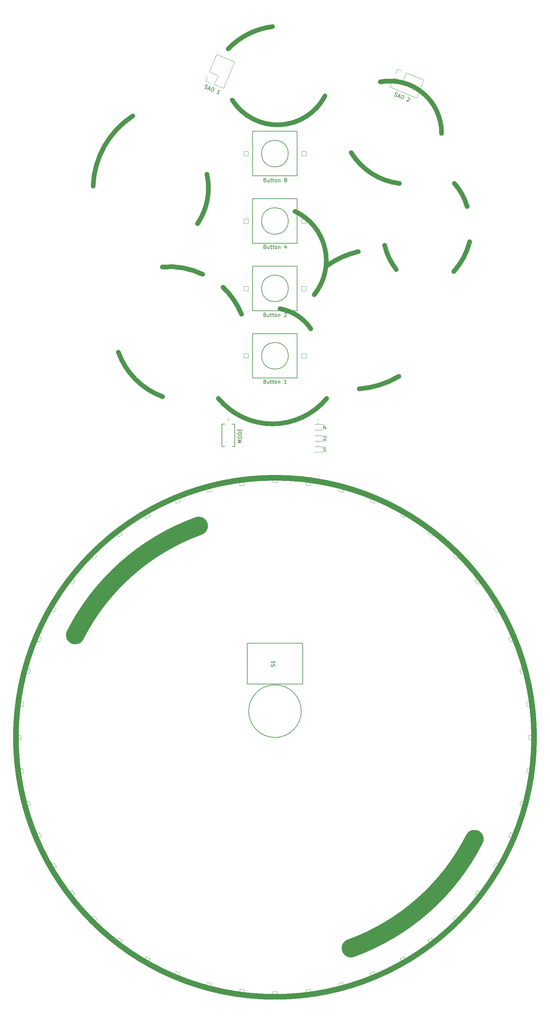
<source format=gbr>
%TF.GenerationSoftware,KiCad,Pcbnew,7.0.2*%
%TF.CreationDate,2023-05-26T22:51:46-07:00*%
%TF.ProjectId,plumbus-bfb,706c756d-6275-4732-9d62-66622e6b6963,rev?*%
%TF.SameCoordinates,Original*%
%TF.FileFunction,Legend,Top*%
%TF.FilePolarity,Positive*%
%FSLAX46Y46*%
G04 Gerber Fmt 4.6, Leading zero omitted, Abs format (unit mm)*
G04 Created by KiCad (PCBNEW 7.0.2) date 2023-05-26 22:51:46*
%MOMM*%
%LPD*%
G01*
G04 APERTURE LIST*
%ADD10C,5.000000*%
%ADD11C,1.500000*%
%ADD12C,1.270000*%
%ADD13C,0.150000*%
%ADD14C,0.120000*%
%ADD15C,0.127000*%
%ADD16C,0.200000*%
G04 APERTURE END LIST*
D10*
X337251172Y-496144092D02*
G75*
G03*
X370638871Y-466695541I-20549999J56949999D01*
G01*
X296151174Y-382244096D02*
G75*
G03*
X262763476Y-411692647I20549999J-56949998D01*
G01*
D11*
X386750000Y-439250000D02*
G75*
G03*
X386750000Y-439250000I-70000000J0D01*
G01*
D12*
X301454506Y-347856105D02*
G75*
G03*
X330714996Y-347869688I14635902J12179885D01*
G01*
X307713491Y-325160391D02*
G75*
G03*
X302714995Y-317869690I-19498473J-8009299D01*
G01*
X361753210Y-276367494D02*
G75*
G03*
X345219474Y-262476956I-13983692J140604D01*
G01*
X337343653Y-281561897D02*
G75*
G03*
X350364996Y-289869687I15121365J9342207D01*
G01*
X365064993Y-313619685D02*
G75*
G03*
X369338883Y-305594573I-13799975J12499995D01*
G01*
X274435011Y-335387441D02*
G75*
G03*
X286364996Y-347369687I18829977J6817751D01*
G01*
X368665000Y-296119687D02*
G75*
G03*
X365210055Y-289850315I-15399982J-4400003D01*
G01*
X339262493Y-308267122D02*
G75*
G03*
X330864996Y-312019689I5152525J-22802568D01*
G01*
X346380006Y-306559999D02*
G75*
G03*
X349514997Y-313069687I15885012J3640309D01*
G01*
X305212803Y-267387544D02*
G75*
G03*
X330264996Y-266269688I12202195J7817854D01*
G01*
X339514995Y-345269677D02*
G75*
G03*
X350216185Y-341901098I-1799977J24399987D01*
G01*
X295814995Y-300719687D02*
G75*
G03*
X298357152Y-287376874I-14099977J9599997D01*
G01*
X316084705Y-247573443D02*
G75*
G03*
X304114996Y-253569688I2480283J-19896237D01*
G01*
X327364999Y-319869690D02*
G75*
G03*
X322162615Y-297396048I-11400001J9200000D01*
G01*
X278314997Y-271669690D02*
G75*
G03*
X267617419Y-290585090I12850001J-19750000D01*
G01*
X297214996Y-314369687D02*
G75*
G03*
X286324479Y-312402905I-8999998J-18700003D01*
G01*
X326415008Y-329069680D02*
G75*
G03*
X318105395Y-323675287I-10449990J-7000010D01*
G01*
D13*
X323850000Y-432200000D02*
G75*
G03*
X323850000Y-432200000I-7100000J0D01*
G01*
%TO.C,S1*%
X316665000Y-420161904D02*
X316712619Y-420019047D01*
X316712619Y-420019047D02*
X316712619Y-419780952D01*
X316712619Y-419780952D02*
X316665000Y-419685714D01*
X316665000Y-419685714D02*
X316617380Y-419638095D01*
X316617380Y-419638095D02*
X316522142Y-419590476D01*
X316522142Y-419590476D02*
X316426904Y-419590476D01*
X316426904Y-419590476D02*
X316331666Y-419638095D01*
X316331666Y-419638095D02*
X316284047Y-419685714D01*
X316284047Y-419685714D02*
X316236428Y-419780952D01*
X316236428Y-419780952D02*
X316188809Y-419971428D01*
X316188809Y-419971428D02*
X316141190Y-420066666D01*
X316141190Y-420066666D02*
X316093571Y-420114285D01*
X316093571Y-420114285D02*
X315998333Y-420161904D01*
X315998333Y-420161904D02*
X315903095Y-420161904D01*
X315903095Y-420161904D02*
X315807857Y-420114285D01*
X315807857Y-420114285D02*
X315760238Y-420066666D01*
X315760238Y-420066666D02*
X315712619Y-419971428D01*
X315712619Y-419971428D02*
X315712619Y-419733333D01*
X315712619Y-419733333D02*
X315760238Y-419590476D01*
X316712619Y-418638095D02*
X316712619Y-419209523D01*
X316712619Y-418923809D02*
X315712619Y-418923809D01*
X315712619Y-418923809D02*
X315855476Y-419019047D01*
X315855476Y-419019047D02*
X315950714Y-419114285D01*
X315950714Y-419114285D02*
X315998333Y-419209523D01*
%TO.C,Button 8*%
X314085713Y-288938809D02*
X314228570Y-288986428D01*
X314228570Y-288986428D02*
X314276189Y-289034047D01*
X314276189Y-289034047D02*
X314323808Y-289129285D01*
X314323808Y-289129285D02*
X314323808Y-289272142D01*
X314323808Y-289272142D02*
X314276189Y-289367380D01*
X314276189Y-289367380D02*
X314228570Y-289415000D01*
X314228570Y-289415000D02*
X314133332Y-289462619D01*
X314133332Y-289462619D02*
X313752380Y-289462619D01*
X313752380Y-289462619D02*
X313752380Y-288462619D01*
X313752380Y-288462619D02*
X314085713Y-288462619D01*
X314085713Y-288462619D02*
X314180951Y-288510238D01*
X314180951Y-288510238D02*
X314228570Y-288557857D01*
X314228570Y-288557857D02*
X314276189Y-288653095D01*
X314276189Y-288653095D02*
X314276189Y-288748333D01*
X314276189Y-288748333D02*
X314228570Y-288843571D01*
X314228570Y-288843571D02*
X314180951Y-288891190D01*
X314180951Y-288891190D02*
X314085713Y-288938809D01*
X314085713Y-288938809D02*
X313752380Y-288938809D01*
X315180951Y-288795952D02*
X315180951Y-289462619D01*
X314752380Y-288795952D02*
X314752380Y-289319761D01*
X314752380Y-289319761D02*
X314799999Y-289415000D01*
X314799999Y-289415000D02*
X314895237Y-289462619D01*
X314895237Y-289462619D02*
X315038094Y-289462619D01*
X315038094Y-289462619D02*
X315133332Y-289415000D01*
X315133332Y-289415000D02*
X315180951Y-289367380D01*
X315514285Y-288795952D02*
X315895237Y-288795952D01*
X315657142Y-288462619D02*
X315657142Y-289319761D01*
X315657142Y-289319761D02*
X315704761Y-289415000D01*
X315704761Y-289415000D02*
X315799999Y-289462619D01*
X315799999Y-289462619D02*
X315895237Y-289462619D01*
X316085714Y-288795952D02*
X316466666Y-288795952D01*
X316228571Y-288462619D02*
X316228571Y-289319761D01*
X316228571Y-289319761D02*
X316276190Y-289415000D01*
X316276190Y-289415000D02*
X316371428Y-289462619D01*
X316371428Y-289462619D02*
X316466666Y-289462619D01*
X316942857Y-289462619D02*
X316847619Y-289415000D01*
X316847619Y-289415000D02*
X316800000Y-289367380D01*
X316800000Y-289367380D02*
X316752381Y-289272142D01*
X316752381Y-289272142D02*
X316752381Y-288986428D01*
X316752381Y-288986428D02*
X316800000Y-288891190D01*
X316800000Y-288891190D02*
X316847619Y-288843571D01*
X316847619Y-288843571D02*
X316942857Y-288795952D01*
X316942857Y-288795952D02*
X317085714Y-288795952D01*
X317085714Y-288795952D02*
X317180952Y-288843571D01*
X317180952Y-288843571D02*
X317228571Y-288891190D01*
X317228571Y-288891190D02*
X317276190Y-288986428D01*
X317276190Y-288986428D02*
X317276190Y-289272142D01*
X317276190Y-289272142D02*
X317228571Y-289367380D01*
X317228571Y-289367380D02*
X317180952Y-289415000D01*
X317180952Y-289415000D02*
X317085714Y-289462619D01*
X317085714Y-289462619D02*
X316942857Y-289462619D01*
X317704762Y-288795952D02*
X317704762Y-289462619D01*
X317704762Y-288891190D02*
X317752381Y-288843571D01*
X317752381Y-288843571D02*
X317847619Y-288795952D01*
X317847619Y-288795952D02*
X317990476Y-288795952D01*
X317990476Y-288795952D02*
X318085714Y-288843571D01*
X318085714Y-288843571D02*
X318133333Y-288938809D01*
X318133333Y-288938809D02*
X318133333Y-289462619D01*
X319514286Y-288891190D02*
X319419048Y-288843571D01*
X319419048Y-288843571D02*
X319371429Y-288795952D01*
X319371429Y-288795952D02*
X319323810Y-288700714D01*
X319323810Y-288700714D02*
X319323810Y-288653095D01*
X319323810Y-288653095D02*
X319371429Y-288557857D01*
X319371429Y-288557857D02*
X319419048Y-288510238D01*
X319419048Y-288510238D02*
X319514286Y-288462619D01*
X319514286Y-288462619D02*
X319704762Y-288462619D01*
X319704762Y-288462619D02*
X319800000Y-288510238D01*
X319800000Y-288510238D02*
X319847619Y-288557857D01*
X319847619Y-288557857D02*
X319895238Y-288653095D01*
X319895238Y-288653095D02*
X319895238Y-288700714D01*
X319895238Y-288700714D02*
X319847619Y-288795952D01*
X319847619Y-288795952D02*
X319800000Y-288843571D01*
X319800000Y-288843571D02*
X319704762Y-288891190D01*
X319704762Y-288891190D02*
X319514286Y-288891190D01*
X319514286Y-288891190D02*
X319419048Y-288938809D01*
X319419048Y-288938809D02*
X319371429Y-288986428D01*
X319371429Y-288986428D02*
X319323810Y-289081666D01*
X319323810Y-289081666D02*
X319323810Y-289272142D01*
X319323810Y-289272142D02*
X319371429Y-289367380D01*
X319371429Y-289367380D02*
X319419048Y-289415000D01*
X319419048Y-289415000D02*
X319514286Y-289462619D01*
X319514286Y-289462619D02*
X319704762Y-289462619D01*
X319704762Y-289462619D02*
X319800000Y-289415000D01*
X319800000Y-289415000D02*
X319847619Y-289367380D01*
X319847619Y-289367380D02*
X319895238Y-289272142D01*
X319895238Y-289272142D02*
X319895238Y-289081666D01*
X319895238Y-289081666D02*
X319847619Y-288986428D01*
X319847619Y-288986428D02*
X319800000Y-288938809D01*
X319800000Y-288938809D02*
X319704762Y-288891190D01*
%TO.C,Button 1*%
X314055713Y-343288809D02*
X314198570Y-343336428D01*
X314198570Y-343336428D02*
X314246189Y-343384047D01*
X314246189Y-343384047D02*
X314293808Y-343479285D01*
X314293808Y-343479285D02*
X314293808Y-343622142D01*
X314293808Y-343622142D02*
X314246189Y-343717380D01*
X314246189Y-343717380D02*
X314198570Y-343765000D01*
X314198570Y-343765000D02*
X314103332Y-343812619D01*
X314103332Y-343812619D02*
X313722380Y-343812619D01*
X313722380Y-343812619D02*
X313722380Y-342812619D01*
X313722380Y-342812619D02*
X314055713Y-342812619D01*
X314055713Y-342812619D02*
X314150951Y-342860238D01*
X314150951Y-342860238D02*
X314198570Y-342907857D01*
X314198570Y-342907857D02*
X314246189Y-343003095D01*
X314246189Y-343003095D02*
X314246189Y-343098333D01*
X314246189Y-343098333D02*
X314198570Y-343193571D01*
X314198570Y-343193571D02*
X314150951Y-343241190D01*
X314150951Y-343241190D02*
X314055713Y-343288809D01*
X314055713Y-343288809D02*
X313722380Y-343288809D01*
X315150951Y-343145952D02*
X315150951Y-343812619D01*
X314722380Y-343145952D02*
X314722380Y-343669761D01*
X314722380Y-343669761D02*
X314769999Y-343765000D01*
X314769999Y-343765000D02*
X314865237Y-343812619D01*
X314865237Y-343812619D02*
X315008094Y-343812619D01*
X315008094Y-343812619D02*
X315103332Y-343765000D01*
X315103332Y-343765000D02*
X315150951Y-343717380D01*
X315484285Y-343145952D02*
X315865237Y-343145952D01*
X315627142Y-342812619D02*
X315627142Y-343669761D01*
X315627142Y-343669761D02*
X315674761Y-343765000D01*
X315674761Y-343765000D02*
X315769999Y-343812619D01*
X315769999Y-343812619D02*
X315865237Y-343812619D01*
X316055714Y-343145952D02*
X316436666Y-343145952D01*
X316198571Y-342812619D02*
X316198571Y-343669761D01*
X316198571Y-343669761D02*
X316246190Y-343765000D01*
X316246190Y-343765000D02*
X316341428Y-343812619D01*
X316341428Y-343812619D02*
X316436666Y-343812619D01*
X316912857Y-343812619D02*
X316817619Y-343765000D01*
X316817619Y-343765000D02*
X316770000Y-343717380D01*
X316770000Y-343717380D02*
X316722381Y-343622142D01*
X316722381Y-343622142D02*
X316722381Y-343336428D01*
X316722381Y-343336428D02*
X316770000Y-343241190D01*
X316770000Y-343241190D02*
X316817619Y-343193571D01*
X316817619Y-343193571D02*
X316912857Y-343145952D01*
X316912857Y-343145952D02*
X317055714Y-343145952D01*
X317055714Y-343145952D02*
X317150952Y-343193571D01*
X317150952Y-343193571D02*
X317198571Y-343241190D01*
X317198571Y-343241190D02*
X317246190Y-343336428D01*
X317246190Y-343336428D02*
X317246190Y-343622142D01*
X317246190Y-343622142D02*
X317198571Y-343717380D01*
X317198571Y-343717380D02*
X317150952Y-343765000D01*
X317150952Y-343765000D02*
X317055714Y-343812619D01*
X317055714Y-343812619D02*
X316912857Y-343812619D01*
X317674762Y-343145952D02*
X317674762Y-343812619D01*
X317674762Y-343241190D02*
X317722381Y-343193571D01*
X317722381Y-343193571D02*
X317817619Y-343145952D01*
X317817619Y-343145952D02*
X317960476Y-343145952D01*
X317960476Y-343145952D02*
X318055714Y-343193571D01*
X318055714Y-343193571D02*
X318103333Y-343288809D01*
X318103333Y-343288809D02*
X318103333Y-343812619D01*
X319865238Y-343812619D02*
X319293810Y-343812619D01*
X319579524Y-343812619D02*
X319579524Y-342812619D01*
X319579524Y-342812619D02*
X319484286Y-342955476D01*
X319484286Y-342955476D02*
X319389048Y-343050714D01*
X319389048Y-343050714D02*
X319293810Y-343098333D01*
%TO.C,SAO 1*%
X297750653Y-264115886D02*
X297864412Y-264214549D01*
X297864412Y-264214549D02*
X298084384Y-264305664D01*
X298084384Y-264305664D02*
X298190595Y-264298116D01*
X298190595Y-264298116D02*
X298252812Y-264272345D01*
X298252812Y-264272345D02*
X298333253Y-264202579D01*
X298333253Y-264202579D02*
X298369699Y-264114591D01*
X298369699Y-264114591D02*
X298362151Y-264008379D01*
X298362151Y-264008379D02*
X298336379Y-263946162D01*
X298336379Y-263946162D02*
X298266614Y-263865722D01*
X298266614Y-263865722D02*
X298108860Y-263748835D01*
X298108860Y-263748835D02*
X298039094Y-263668395D01*
X298039094Y-263668395D02*
X298013323Y-263606178D01*
X298013323Y-263606178D02*
X298005775Y-263499966D01*
X298005775Y-263499966D02*
X298042221Y-263411977D01*
X298042221Y-263411977D02*
X298122661Y-263342212D01*
X298122661Y-263342212D02*
X298184878Y-263316441D01*
X298184878Y-263316441D02*
X298291090Y-263308893D01*
X298291090Y-263308893D02*
X298511061Y-263400008D01*
X298511061Y-263400008D02*
X298624821Y-263498671D01*
X298721653Y-264260375D02*
X299161596Y-264442605D01*
X298524326Y-264487894D02*
X299214970Y-263691576D01*
X299214970Y-263691576D02*
X299140246Y-264743017D01*
X300006866Y-264019590D02*
X300182844Y-264092482D01*
X300182844Y-264092482D02*
X300252609Y-264172923D01*
X300252609Y-264172923D02*
X300304152Y-264297357D01*
X300304152Y-264297357D02*
X300275254Y-264491557D01*
X300275254Y-264491557D02*
X300147693Y-264799517D01*
X300147693Y-264799517D02*
X300030806Y-264957271D01*
X300030806Y-264957271D02*
X299906372Y-265008814D01*
X299906372Y-265008814D02*
X299800160Y-265016362D01*
X299800160Y-265016362D02*
X299624183Y-264943470D01*
X299624183Y-264943470D02*
X299554418Y-264863030D01*
X299554418Y-264863030D02*
X299502875Y-264738595D01*
X299502875Y-264738595D02*
X299531773Y-264544395D01*
X299531773Y-264544395D02*
X299659334Y-264236435D01*
X299659334Y-264236435D02*
X299776220Y-264078681D01*
X299776220Y-264078681D02*
X299900655Y-264027139D01*
X299900655Y-264027139D02*
X300006866Y-264019590D01*
X301603925Y-265763506D02*
X301075994Y-265544830D01*
X301339959Y-265654168D02*
X301722643Y-264730288D01*
X301722643Y-264730288D02*
X301579985Y-264825825D01*
X301579985Y-264825825D02*
X301455551Y-264877368D01*
X301455551Y-264877368D02*
X301349339Y-264884916D01*
%TO.C,Button 2*%
X314055713Y-325288809D02*
X314198570Y-325336428D01*
X314198570Y-325336428D02*
X314246189Y-325384047D01*
X314246189Y-325384047D02*
X314293808Y-325479285D01*
X314293808Y-325479285D02*
X314293808Y-325622142D01*
X314293808Y-325622142D02*
X314246189Y-325717380D01*
X314246189Y-325717380D02*
X314198570Y-325765000D01*
X314198570Y-325765000D02*
X314103332Y-325812619D01*
X314103332Y-325812619D02*
X313722380Y-325812619D01*
X313722380Y-325812619D02*
X313722380Y-324812619D01*
X313722380Y-324812619D02*
X314055713Y-324812619D01*
X314055713Y-324812619D02*
X314150951Y-324860238D01*
X314150951Y-324860238D02*
X314198570Y-324907857D01*
X314198570Y-324907857D02*
X314246189Y-325003095D01*
X314246189Y-325003095D02*
X314246189Y-325098333D01*
X314246189Y-325098333D02*
X314198570Y-325193571D01*
X314198570Y-325193571D02*
X314150951Y-325241190D01*
X314150951Y-325241190D02*
X314055713Y-325288809D01*
X314055713Y-325288809D02*
X313722380Y-325288809D01*
X315150951Y-325145952D02*
X315150951Y-325812619D01*
X314722380Y-325145952D02*
X314722380Y-325669761D01*
X314722380Y-325669761D02*
X314769999Y-325765000D01*
X314769999Y-325765000D02*
X314865237Y-325812619D01*
X314865237Y-325812619D02*
X315008094Y-325812619D01*
X315008094Y-325812619D02*
X315103332Y-325765000D01*
X315103332Y-325765000D02*
X315150951Y-325717380D01*
X315484285Y-325145952D02*
X315865237Y-325145952D01*
X315627142Y-324812619D02*
X315627142Y-325669761D01*
X315627142Y-325669761D02*
X315674761Y-325765000D01*
X315674761Y-325765000D02*
X315769999Y-325812619D01*
X315769999Y-325812619D02*
X315865237Y-325812619D01*
X316055714Y-325145952D02*
X316436666Y-325145952D01*
X316198571Y-324812619D02*
X316198571Y-325669761D01*
X316198571Y-325669761D02*
X316246190Y-325765000D01*
X316246190Y-325765000D02*
X316341428Y-325812619D01*
X316341428Y-325812619D02*
X316436666Y-325812619D01*
X316912857Y-325812619D02*
X316817619Y-325765000D01*
X316817619Y-325765000D02*
X316770000Y-325717380D01*
X316770000Y-325717380D02*
X316722381Y-325622142D01*
X316722381Y-325622142D02*
X316722381Y-325336428D01*
X316722381Y-325336428D02*
X316770000Y-325241190D01*
X316770000Y-325241190D02*
X316817619Y-325193571D01*
X316817619Y-325193571D02*
X316912857Y-325145952D01*
X316912857Y-325145952D02*
X317055714Y-325145952D01*
X317055714Y-325145952D02*
X317150952Y-325193571D01*
X317150952Y-325193571D02*
X317198571Y-325241190D01*
X317198571Y-325241190D02*
X317246190Y-325336428D01*
X317246190Y-325336428D02*
X317246190Y-325622142D01*
X317246190Y-325622142D02*
X317198571Y-325717380D01*
X317198571Y-325717380D02*
X317150952Y-325765000D01*
X317150952Y-325765000D02*
X317055714Y-325812619D01*
X317055714Y-325812619D02*
X316912857Y-325812619D01*
X317674762Y-325145952D02*
X317674762Y-325812619D01*
X317674762Y-325241190D02*
X317722381Y-325193571D01*
X317722381Y-325193571D02*
X317817619Y-325145952D01*
X317817619Y-325145952D02*
X317960476Y-325145952D01*
X317960476Y-325145952D02*
X318055714Y-325193571D01*
X318055714Y-325193571D02*
X318103333Y-325288809D01*
X318103333Y-325288809D02*
X318103333Y-325812619D01*
X319293810Y-324907857D02*
X319341429Y-324860238D01*
X319341429Y-324860238D02*
X319436667Y-324812619D01*
X319436667Y-324812619D02*
X319674762Y-324812619D01*
X319674762Y-324812619D02*
X319770000Y-324860238D01*
X319770000Y-324860238D02*
X319817619Y-324907857D01*
X319817619Y-324907857D02*
X319865238Y-325003095D01*
X319865238Y-325003095D02*
X319865238Y-325098333D01*
X319865238Y-325098333D02*
X319817619Y-325241190D01*
X319817619Y-325241190D02*
X319246191Y-325812619D01*
X319246191Y-325812619D02*
X319865238Y-325812619D01*
%TO.C,Button 4*%
X314115713Y-306938809D02*
X314258570Y-306986428D01*
X314258570Y-306986428D02*
X314306189Y-307034047D01*
X314306189Y-307034047D02*
X314353808Y-307129285D01*
X314353808Y-307129285D02*
X314353808Y-307272142D01*
X314353808Y-307272142D02*
X314306189Y-307367380D01*
X314306189Y-307367380D02*
X314258570Y-307415000D01*
X314258570Y-307415000D02*
X314163332Y-307462619D01*
X314163332Y-307462619D02*
X313782380Y-307462619D01*
X313782380Y-307462619D02*
X313782380Y-306462619D01*
X313782380Y-306462619D02*
X314115713Y-306462619D01*
X314115713Y-306462619D02*
X314210951Y-306510238D01*
X314210951Y-306510238D02*
X314258570Y-306557857D01*
X314258570Y-306557857D02*
X314306189Y-306653095D01*
X314306189Y-306653095D02*
X314306189Y-306748333D01*
X314306189Y-306748333D02*
X314258570Y-306843571D01*
X314258570Y-306843571D02*
X314210951Y-306891190D01*
X314210951Y-306891190D02*
X314115713Y-306938809D01*
X314115713Y-306938809D02*
X313782380Y-306938809D01*
X315210951Y-306795952D02*
X315210951Y-307462619D01*
X314782380Y-306795952D02*
X314782380Y-307319761D01*
X314782380Y-307319761D02*
X314829999Y-307415000D01*
X314829999Y-307415000D02*
X314925237Y-307462619D01*
X314925237Y-307462619D02*
X315068094Y-307462619D01*
X315068094Y-307462619D02*
X315163332Y-307415000D01*
X315163332Y-307415000D02*
X315210951Y-307367380D01*
X315544285Y-306795952D02*
X315925237Y-306795952D01*
X315687142Y-306462619D02*
X315687142Y-307319761D01*
X315687142Y-307319761D02*
X315734761Y-307415000D01*
X315734761Y-307415000D02*
X315829999Y-307462619D01*
X315829999Y-307462619D02*
X315925237Y-307462619D01*
X316115714Y-306795952D02*
X316496666Y-306795952D01*
X316258571Y-306462619D02*
X316258571Y-307319761D01*
X316258571Y-307319761D02*
X316306190Y-307415000D01*
X316306190Y-307415000D02*
X316401428Y-307462619D01*
X316401428Y-307462619D02*
X316496666Y-307462619D01*
X316972857Y-307462619D02*
X316877619Y-307415000D01*
X316877619Y-307415000D02*
X316830000Y-307367380D01*
X316830000Y-307367380D02*
X316782381Y-307272142D01*
X316782381Y-307272142D02*
X316782381Y-306986428D01*
X316782381Y-306986428D02*
X316830000Y-306891190D01*
X316830000Y-306891190D02*
X316877619Y-306843571D01*
X316877619Y-306843571D02*
X316972857Y-306795952D01*
X316972857Y-306795952D02*
X317115714Y-306795952D01*
X317115714Y-306795952D02*
X317210952Y-306843571D01*
X317210952Y-306843571D02*
X317258571Y-306891190D01*
X317258571Y-306891190D02*
X317306190Y-306986428D01*
X317306190Y-306986428D02*
X317306190Y-307272142D01*
X317306190Y-307272142D02*
X317258571Y-307367380D01*
X317258571Y-307367380D02*
X317210952Y-307415000D01*
X317210952Y-307415000D02*
X317115714Y-307462619D01*
X317115714Y-307462619D02*
X316972857Y-307462619D01*
X317734762Y-306795952D02*
X317734762Y-307462619D01*
X317734762Y-306891190D02*
X317782381Y-306843571D01*
X317782381Y-306843571D02*
X317877619Y-306795952D01*
X317877619Y-306795952D02*
X318020476Y-306795952D01*
X318020476Y-306795952D02*
X318115714Y-306843571D01*
X318115714Y-306843571D02*
X318163333Y-306938809D01*
X318163333Y-306938809D02*
X318163333Y-307462619D01*
X319830000Y-306795952D02*
X319830000Y-307462619D01*
X319591905Y-306415000D02*
X319353810Y-307129285D01*
X319353810Y-307129285D02*
X319972857Y-307129285D01*
%TO.C,SAO 2*%
X349005439Y-266181597D02*
X349119198Y-266280260D01*
X349119198Y-266280260D02*
X349339170Y-266371375D01*
X349339170Y-266371375D02*
X349445381Y-266363827D01*
X349445381Y-266363827D02*
X349507598Y-266338056D01*
X349507598Y-266338056D02*
X349588039Y-266268290D01*
X349588039Y-266268290D02*
X349624485Y-266180302D01*
X349624485Y-266180302D02*
X349616937Y-266074090D01*
X349616937Y-266074090D02*
X349591165Y-266011873D01*
X349591165Y-266011873D02*
X349521400Y-265931433D01*
X349521400Y-265931433D02*
X349363646Y-265814546D01*
X349363646Y-265814546D02*
X349293880Y-265734106D01*
X349293880Y-265734106D02*
X349268109Y-265671889D01*
X349268109Y-265671889D02*
X349260561Y-265565677D01*
X349260561Y-265565677D02*
X349297007Y-265477688D01*
X349297007Y-265477688D02*
X349377447Y-265407923D01*
X349377447Y-265407923D02*
X349439664Y-265382152D01*
X349439664Y-265382152D02*
X349545876Y-265374604D01*
X349545876Y-265374604D02*
X349765847Y-265465719D01*
X349765847Y-265465719D02*
X349879607Y-265564382D01*
X349976439Y-266326086D02*
X350416382Y-266508316D01*
X349779112Y-266553605D02*
X350469756Y-265757287D01*
X350469756Y-265757287D02*
X350395032Y-266808728D01*
X351261652Y-266085301D02*
X351437630Y-266158193D01*
X351437630Y-266158193D02*
X351507395Y-266238634D01*
X351507395Y-266238634D02*
X351558938Y-266363068D01*
X351558938Y-266363068D02*
X351530040Y-266557268D01*
X351530040Y-266557268D02*
X351402479Y-266865228D01*
X351402479Y-266865228D02*
X351285592Y-267022982D01*
X351285592Y-267022982D02*
X351161158Y-267074525D01*
X351161158Y-267074525D02*
X351054946Y-267082073D01*
X351054946Y-267082073D02*
X350878969Y-267009181D01*
X350878969Y-267009181D02*
X350809204Y-266928741D01*
X350809204Y-266928741D02*
X350757661Y-266804306D01*
X350757661Y-266804306D02*
X350786559Y-266610106D01*
X350786559Y-266610106D02*
X350914120Y-266302146D01*
X350914120Y-266302146D02*
X351031006Y-266144392D01*
X351031006Y-266144392D02*
X351155441Y-266092850D01*
X351155441Y-266092850D02*
X351261652Y-266085301D01*
X352677017Y-266774650D02*
X352739235Y-266748878D01*
X352739235Y-266748878D02*
X352845446Y-266741330D01*
X352845446Y-266741330D02*
X353065417Y-266832445D01*
X353065417Y-266832445D02*
X353135183Y-266912886D01*
X353135183Y-266912886D02*
X353160954Y-266975103D01*
X353160954Y-266975103D02*
X353168502Y-267081314D01*
X353168502Y-267081314D02*
X353132056Y-267169303D01*
X353132056Y-267169303D02*
X353033393Y-267283063D01*
X353033393Y-267283063D02*
X352286786Y-267592318D01*
X352286786Y-267592318D02*
X352858711Y-267829217D01*
%TO.C,4*%
X330440476Y-355495952D02*
X330440476Y-356162619D01*
X330202381Y-355115000D02*
X329964286Y-355829285D01*
X329964286Y-355829285D02*
X330583333Y-355829285D01*
%TO.C,MODE*%
X307747619Y-359734523D02*
X306747619Y-359734523D01*
X306747619Y-359734523D02*
X307461904Y-359401190D01*
X307461904Y-359401190D02*
X306747619Y-359067857D01*
X306747619Y-359067857D02*
X307747619Y-359067857D01*
X306747619Y-358401190D02*
X306747619Y-358210714D01*
X306747619Y-358210714D02*
X306795238Y-358115476D01*
X306795238Y-358115476D02*
X306890476Y-358020238D01*
X306890476Y-358020238D02*
X307080952Y-357972619D01*
X307080952Y-357972619D02*
X307414285Y-357972619D01*
X307414285Y-357972619D02*
X307604761Y-358020238D01*
X307604761Y-358020238D02*
X307700000Y-358115476D01*
X307700000Y-358115476D02*
X307747619Y-358210714D01*
X307747619Y-358210714D02*
X307747619Y-358401190D01*
X307747619Y-358401190D02*
X307700000Y-358496428D01*
X307700000Y-358496428D02*
X307604761Y-358591666D01*
X307604761Y-358591666D02*
X307414285Y-358639285D01*
X307414285Y-358639285D02*
X307080952Y-358639285D01*
X307080952Y-358639285D02*
X306890476Y-358591666D01*
X306890476Y-358591666D02*
X306795238Y-358496428D01*
X306795238Y-358496428D02*
X306747619Y-358401190D01*
X307747619Y-357544047D02*
X306747619Y-357544047D01*
X306747619Y-357544047D02*
X306747619Y-357305952D01*
X306747619Y-357305952D02*
X306795238Y-357163095D01*
X306795238Y-357163095D02*
X306890476Y-357067857D01*
X306890476Y-357067857D02*
X306985714Y-357020238D01*
X306985714Y-357020238D02*
X307176190Y-356972619D01*
X307176190Y-356972619D02*
X307319047Y-356972619D01*
X307319047Y-356972619D02*
X307509523Y-357020238D01*
X307509523Y-357020238D02*
X307604761Y-357067857D01*
X307604761Y-357067857D02*
X307700000Y-357163095D01*
X307700000Y-357163095D02*
X307747619Y-357305952D01*
X307747619Y-357305952D02*
X307747619Y-357544047D01*
X307223809Y-356544047D02*
X307223809Y-356210714D01*
X307747619Y-356067857D02*
X307747619Y-356544047D01*
X307747619Y-356544047D02*
X306747619Y-356544047D01*
X306747619Y-356544047D02*
X306747619Y-356067857D01*
%TO.C,2*%
X330014286Y-358157857D02*
X330061905Y-358110238D01*
X330061905Y-358110238D02*
X330157143Y-358062619D01*
X330157143Y-358062619D02*
X330395238Y-358062619D01*
X330395238Y-358062619D02*
X330490476Y-358110238D01*
X330490476Y-358110238D02*
X330538095Y-358157857D01*
X330538095Y-358157857D02*
X330585714Y-358253095D01*
X330585714Y-358253095D02*
X330585714Y-358348333D01*
X330585714Y-358348333D02*
X330538095Y-358491190D01*
X330538095Y-358491190D02*
X329966667Y-359062619D01*
X329966667Y-359062619D02*
X330585714Y-359062619D01*
%TO.C,1*%
X330585714Y-362012619D02*
X330014286Y-362012619D01*
X330300000Y-362012619D02*
X330300000Y-361012619D01*
X330300000Y-361012619D02*
X330204762Y-361155476D01*
X330204762Y-361155476D02*
X330109524Y-361250714D01*
X330109524Y-361250714D02*
X330014286Y-361298333D01*
D14*
%TO.C,U59*%
X250654847Y-420925736D02*
X250344264Y-422084847D01*
X250344264Y-422084847D02*
X249185153Y-421774264D01*
X249185153Y-421774264D02*
X249495736Y-420615153D01*
X249495736Y-420615153D02*
X250654847Y-420925736D01*
%TO.C,U56*%
X248666551Y-447616817D02*
X248823183Y-448806551D01*
X248823183Y-448806551D02*
X247633449Y-448963183D01*
X247633449Y-448963183D02*
X247476817Y-447773449D01*
X247476817Y-447773449D02*
X248666551Y-447616817D01*
%TO.C,U72*%
X325150000Y-317600000D02*
X323950000Y-317600000D01*
X323950000Y-317600000D02*
X323950000Y-318800000D01*
X323950000Y-318800000D02*
X325150000Y-318800000D01*
X325150000Y-318800000D02*
X325150000Y-317600000D01*
%TO.C,U44*%
X325106817Y-507333449D02*
X326296551Y-507176817D01*
X326296551Y-507176817D02*
X326453183Y-508366551D01*
X326453183Y-508366551D02*
X325263449Y-508523183D01*
X325263449Y-508523183D02*
X325106817Y-507333449D01*
%TO.C,U73*%
X309550000Y-300600000D02*
X308350000Y-300600000D01*
X308350000Y-300600000D02*
X308350000Y-299400000D01*
X308350000Y-299400000D02*
X309550000Y-299400000D01*
X309550000Y-299400000D02*
X309550000Y-300600000D01*
%TO.C,U39*%
X364821472Y-488170000D02*
X365670000Y-487321472D01*
X365670000Y-487321472D02*
X366518528Y-488170000D01*
X366518528Y-488170000D02*
X365670000Y-489018528D01*
X365670000Y-489018528D02*
X364821472Y-488170000D01*
%TO.C,U43*%
X333925153Y-505655736D02*
X335084264Y-505345153D01*
X335084264Y-505345153D02*
X335394847Y-506504264D01*
X335394847Y-506504264D02*
X334235736Y-506814847D01*
X334235736Y-506814847D02*
X333925153Y-505655736D01*
%TO.C,U74*%
X325150000Y-299400000D02*
X323950000Y-299400000D01*
X323950000Y-299400000D02*
X323950000Y-300600000D01*
X323950000Y-300600000D02*
X325150000Y-300600000D01*
X325150000Y-300600000D02*
X325150000Y-299400000D01*
%TO.C,U70*%
X325150000Y-335750000D02*
X323950000Y-335750000D01*
X323950000Y-335750000D02*
X323950000Y-336950000D01*
X323950000Y-336950000D02*
X325150000Y-336950000D01*
X325150000Y-336950000D02*
X325150000Y-335750000D01*
%TO.C,U63*%
X268668528Y-390322893D02*
X267820000Y-391171421D01*
X267820000Y-391171421D02*
X266971472Y-390322893D01*
X266971472Y-390322893D02*
X267820000Y-389474365D01*
X267820000Y-389474365D02*
X268668528Y-390322893D01*
%TO.C,U29*%
X376450385Y-405479615D02*
X375850385Y-404440385D01*
X375850385Y-404440385D02*
X376889615Y-403840385D01*
X376889615Y-403840385D02*
X377489615Y-404879615D01*
X377489615Y-404879615D02*
X376450385Y-405479615D01*
%TO.C,U47*%
X298422183Y-505352781D02*
X299581294Y-505663364D01*
X299581294Y-505663364D02*
X299270711Y-506822475D01*
X299270711Y-506822475D02*
X298111600Y-506511892D01*
X298111600Y-506511892D02*
X298422183Y-505352781D01*
%TO.C,U46*%
X307203908Y-507177803D02*
X308393642Y-507334435D01*
X308393642Y-507334435D02*
X308237010Y-508524169D01*
X308237010Y-508524169D02*
X307047276Y-508367537D01*
X307047276Y-508367537D02*
X307203908Y-507177803D01*
%TO.C,U35*%
X382855153Y-457584264D02*
X383165736Y-456425153D01*
X383165736Y-456425153D02*
X384324847Y-456735736D01*
X384324847Y-456735736D02*
X384014264Y-457894847D01*
X384014264Y-457894847D02*
X382855153Y-457584264D01*
%TO.C,U48*%
X289945880Y-502389343D02*
X291054536Y-502848563D01*
X291054536Y-502848563D02*
X290595316Y-503957219D01*
X290595316Y-503957219D02*
X289486660Y-503497999D01*
X289486660Y-503497999D02*
X289945880Y-502389343D01*
%TO.C,U26*%
X359093051Y-385042326D02*
X358141027Y-384311812D01*
X358141027Y-384311812D02*
X358871541Y-383359788D01*
X358871541Y-383359788D02*
X359823565Y-384090302D01*
X359823565Y-384090302D02*
X359093051Y-385042326D01*
%TO.C,U38*%
X370798731Y-481480755D02*
X371529245Y-480528731D01*
X371529245Y-480528731D02*
X372481269Y-481259245D01*
X372481269Y-481259245D02*
X371750755Y-482211269D01*
X371750755Y-482211269D02*
X370798731Y-481480755D01*
%TO.C,U32*%
X384823449Y-430883183D02*
X384666817Y-429693449D01*
X384666817Y-429693449D02*
X385856551Y-429536817D01*
X385856551Y-429536817D02*
X386013183Y-430726551D01*
X386013183Y-430726551D02*
X384823449Y-430883183D01*
%TO.C,U68*%
X308393183Y-371176551D02*
X307203449Y-371333183D01*
X307203449Y-371333183D02*
X307046817Y-370143449D01*
X307046817Y-370143449D02*
X308236551Y-369986817D01*
X308236551Y-369986817D02*
X308393183Y-371176551D01*
%TO.C,U28*%
X371529245Y-397971269D02*
X370798731Y-397019245D01*
X370798731Y-397019245D02*
X371750755Y-396288731D01*
X371750755Y-396288731D02*
X372481269Y-397240755D01*
X372481269Y-397240755D02*
X371529245Y-397971269D01*
%TO.C,U66*%
X291053938Y-375664718D02*
X289945282Y-376123938D01*
X289945282Y-376123938D02*
X289486062Y-375015282D01*
X289486062Y-375015282D02*
X290594718Y-374556062D01*
X290594718Y-374556062D02*
X291053938Y-375664718D01*
%TO.C,U36*%
X379885464Y-466051437D02*
X380344684Y-464942781D01*
X380344684Y-464942781D02*
X381453340Y-465402001D01*
X381453340Y-465402001D02*
X380994120Y-466510657D01*
X380994120Y-466510657D02*
X379885464Y-466051437D01*
%TO.C,U30*%
X380345282Y-413553938D02*
X379886062Y-412445282D01*
X379886062Y-412445282D02*
X380994718Y-411986062D01*
X380994718Y-411986062D02*
X381453938Y-413094718D01*
X381453938Y-413094718D02*
X380345282Y-413553938D01*
%TO.C,U33*%
X385330000Y-439850000D02*
X386530000Y-439850000D01*
X386530000Y-439850000D02*
X386530000Y-438650000D01*
X386530000Y-438650000D02*
X385330000Y-438650000D01*
X385330000Y-438650000D02*
X385330000Y-439850000D01*
%TO.C,U75*%
X309550000Y-282400000D02*
X308350000Y-282400000D01*
X308350000Y-282400000D02*
X308350000Y-281200000D01*
X308350000Y-281200000D02*
X309550000Y-281200000D01*
X309550000Y-281200000D02*
X309550000Y-282400000D01*
%TO.C,U62*%
X262710212Y-397021541D02*
X261979698Y-397973565D01*
X261979698Y-397973565D02*
X261027674Y-397243051D01*
X261027674Y-397243051D02*
X261758188Y-396291027D01*
X261758188Y-396291027D02*
X262710212Y-397021541D01*
%TO.C,U34*%
X384677276Y-448787537D02*
X384833908Y-447597803D01*
X384833908Y-447597803D02*
X386023642Y-447754435D01*
X386023642Y-447754435D02*
X385867010Y-448944169D01*
X385867010Y-448944169D02*
X384677276Y-448787537D01*
%TO.C,U25*%
X351666602Y-379972628D02*
X350627372Y-379372628D01*
X350627372Y-379372628D02*
X351227372Y-378333398D01*
X351227372Y-378333398D02*
X352266602Y-378933398D01*
X352266602Y-378933398D02*
X351666602Y-379972628D01*
%TO.C,U40*%
X358037674Y-494026949D02*
X358989698Y-493296435D01*
X358989698Y-493296435D02*
X359720212Y-494248459D01*
X359720212Y-494248459D02*
X358768188Y-494978973D01*
X358768188Y-494978973D02*
X358037674Y-494026949D01*
%TO.C,U58*%
X248834169Y-429702990D02*
X248677537Y-430892724D01*
X248677537Y-430892724D02*
X247487803Y-430736092D01*
X247487803Y-430736092D02*
X247644435Y-429546358D01*
X247644435Y-429546358D02*
X248834169Y-429702990D01*
%TO.C,U55*%
X250337817Y-456422781D02*
X250648400Y-457581892D01*
X250648400Y-457581892D02*
X249489289Y-457892475D01*
X249489289Y-457892475D02*
X249178706Y-456733364D01*
X249178706Y-456733364D02*
X250337817Y-456422781D01*
%TO.C,U41*%
X350530385Y-498950385D02*
X351569615Y-498350385D01*
X351569615Y-498350385D02*
X352169615Y-499389615D01*
X352169615Y-499389615D02*
X351130385Y-499989615D01*
X351130385Y-499989615D02*
X350530385Y-498950385D01*
%TO.C,U57*%
X248170000Y-438660000D02*
X246970000Y-438660000D01*
X246970000Y-438660000D02*
X246970000Y-439860000D01*
X246970000Y-439860000D02*
X248170000Y-439860000D01*
X248170000Y-439860000D02*
X248170000Y-438660000D01*
%TO.C,U53*%
X257059615Y-473020385D02*
X257659615Y-474059615D01*
X257659615Y-474059615D02*
X256620385Y-474659615D01*
X256620385Y-474659615D02*
X256020385Y-473620385D01*
X256020385Y-473620385D02*
X257059615Y-473020385D01*
%TO.C,U52*%
X261973051Y-480527674D02*
X262703565Y-481479698D01*
X262703565Y-481479698D02*
X261751541Y-482210212D01*
X261751541Y-482210212D02*
X261021027Y-481258188D01*
X261021027Y-481258188D02*
X261973051Y-480527674D01*
%TO.C,U45*%
X316150000Y-507840000D02*
X317350000Y-507840000D01*
X317350000Y-507840000D02*
X317350000Y-509040000D01*
X317350000Y-509040000D02*
X316150000Y-509040000D01*
X316150000Y-509040000D02*
X316150000Y-507840000D01*
%TO.C,U42*%
X342446062Y-502845282D02*
X343554718Y-502386062D01*
X343554718Y-502386062D02*
X344013938Y-503494718D01*
X344013938Y-503494718D02*
X342905282Y-503953938D01*
X342905282Y-503953938D02*
X342446062Y-502845282D01*
%TO.C,U69*%
X309550000Y-336950000D02*
X308350000Y-336950000D01*
X308350000Y-336950000D02*
X308350000Y-335750000D01*
X308350000Y-335750000D02*
X309550000Y-335750000D01*
X309550000Y-335750000D02*
X309550000Y-336950000D01*
%TO.C,U21*%
X317350000Y-370450000D02*
X316150000Y-370450000D01*
X316150000Y-370450000D02*
X316150000Y-369250000D01*
X316150000Y-369250000D02*
X317350000Y-369250000D01*
X317350000Y-369250000D02*
X317350000Y-370450000D01*
%TO.C,U49*%
X281937372Y-498347372D02*
X282976602Y-498947372D01*
X282976602Y-498947372D02*
X282376602Y-499986602D01*
X282376602Y-499986602D02*
X281337372Y-499386602D01*
X281337372Y-499386602D02*
X281937372Y-498347372D01*
%TO.C,U24*%
X343547999Y-376103340D02*
X342439343Y-375644120D01*
X342439343Y-375644120D02*
X342898563Y-374535464D01*
X342898563Y-374535464D02*
X344007219Y-374994684D01*
X344007219Y-374994684D02*
X343547999Y-376103340D01*
%TO.C,U51*%
X267820000Y-487331472D02*
X268668528Y-488180000D01*
X268668528Y-488180000D02*
X267820000Y-489028528D01*
X267820000Y-489028528D02*
X266971472Y-488180000D01*
X266971472Y-488180000D02*
X267820000Y-487331472D01*
%TO.C,U54*%
X253145316Y-464952781D02*
X253604536Y-466061437D01*
X253604536Y-466061437D02*
X252495880Y-466520657D01*
X252495880Y-466520657D02*
X252036660Y-465412001D01*
X252036660Y-465412001D02*
X253145316Y-464952781D01*
%TO.C,U65*%
X282979615Y-379549615D02*
X281940385Y-380149615D01*
X281940385Y-380149615D02*
X281340385Y-379110385D01*
X281340385Y-379110385D02*
X282379615Y-378510385D01*
X282379615Y-378510385D02*
X282979615Y-379549615D01*
%TO.C,U71*%
X309550000Y-318800000D02*
X308350000Y-318800000D01*
X308350000Y-318800000D02*
X308350000Y-317600000D01*
X308350000Y-317600000D02*
X309550000Y-317600000D01*
X309550000Y-317600000D02*
X309550000Y-318800000D01*
%TO.C,U22*%
X326296092Y-371332197D02*
X325106358Y-371175565D01*
X325106358Y-371175565D02*
X325262990Y-369985831D01*
X325262990Y-369985831D02*
X326452724Y-370142463D01*
X326452724Y-370142463D02*
X326296092Y-371332197D01*
%TO.C,U61*%
X257639615Y-404440385D02*
X257039615Y-405479615D01*
X257039615Y-405479615D02*
X256000385Y-404879615D01*
X256000385Y-404879615D02*
X256600385Y-403840385D01*
X256600385Y-403840385D02*
X257639615Y-404440385D01*
%TO.C,U67*%
X299574847Y-372844264D02*
X298415736Y-373154847D01*
X298415736Y-373154847D02*
X298105153Y-371995736D01*
X298105153Y-371995736D02*
X299264264Y-371685153D01*
X299264264Y-371685153D02*
X299574847Y-372844264D01*
%TO.C,U23*%
X335071892Y-373158400D02*
X333912781Y-372847817D01*
X333912781Y-372847817D02*
X334223364Y-371688706D01*
X334223364Y-371688706D02*
X335382475Y-371999289D01*
X335382475Y-371999289D02*
X335071892Y-373158400D01*
%TO.C,U76*%
X325150000Y-281200000D02*
X323950000Y-281200000D01*
X323950000Y-281200000D02*
X323950000Y-282400000D01*
X323950000Y-282400000D02*
X325150000Y-282400000D01*
X325150000Y-282400000D02*
X325150000Y-281200000D01*
%TO.C,U64*%
X275471269Y-384460755D02*
X274519245Y-385191269D01*
X274519245Y-385191269D02*
X273788731Y-384239245D01*
X273788731Y-384239245D02*
X274740755Y-383508731D01*
X274740755Y-383508731D02*
X275471269Y-384460755D01*
%TO.C,U27*%
X365680000Y-391168528D02*
X364831472Y-390320000D01*
X364831472Y-390320000D02*
X365680000Y-389471472D01*
X365680000Y-389471472D02*
X366528528Y-390320000D01*
X366528528Y-390320000D02*
X365680000Y-391168528D01*
%TO.C,U37*%
X375850385Y-474059615D02*
X376450385Y-473020385D01*
X376450385Y-473020385D02*
X377489615Y-473620385D01*
X377489615Y-473620385D02*
X376889615Y-474659615D01*
X376889615Y-474659615D02*
X375850385Y-474059615D01*
%TO.C,U50*%
X274530302Y-493296435D02*
X275482326Y-494026949D01*
X275482326Y-494026949D02*
X274751812Y-494978973D01*
X274751812Y-494978973D02*
X273799788Y-494248459D01*
X273799788Y-494248459D02*
X274530302Y-493296435D01*
%TO.C,U60*%
X253610657Y-412445880D02*
X253151437Y-413554536D01*
X253151437Y-413554536D02*
X252042781Y-413095316D01*
X252042781Y-413095316D02*
X252502001Y-411986660D01*
X252502001Y-411986660D02*
X253610657Y-412445880D01*
%TO.C,U31*%
X383155736Y-422084847D02*
X382845153Y-420925736D01*
X382845153Y-420925736D02*
X384004264Y-420615153D01*
X384004264Y-420615153D02*
X384314847Y-421774264D01*
X384314847Y-421774264D02*
X383155736Y-422084847D01*
D13*
%TO.C,S1*%
X309250000Y-424900000D02*
X324250000Y-424900000D01*
X324250000Y-424900000D02*
X324250000Y-413900000D01*
X324250000Y-413900000D02*
X309250000Y-413900000D01*
X309250000Y-413900000D02*
X309250000Y-424900000D01*
%TO.C,Button 8*%
X310730000Y-275820000D02*
X322730000Y-275820000D01*
X322730000Y-275820000D02*
X322730000Y-287820000D01*
X322730000Y-287820000D02*
X310730000Y-287820000D01*
X310730000Y-287820000D02*
X310730000Y-275820000D01*
X320330000Y-281820000D02*
G75*
G03*
X320330000Y-281820000I-3600000J0D01*
G01*
%TO.C,Button 1*%
X320340000Y-336360000D02*
G75*
G03*
X320340000Y-336360000I-3600000J0D01*
G01*
X310740000Y-330360000D02*
X322740000Y-330360000D01*
X322740000Y-330360000D02*
X322740000Y-342360000D01*
X322740000Y-342360000D02*
X310740000Y-342360000D01*
X310740000Y-342360000D02*
X310740000Y-330360000D01*
D14*
%TO.C,SAO 1*%
X302798365Y-264198880D02*
X305760335Y-257048052D01*
X302798365Y-264198880D02*
X300396278Y-263203903D01*
X305760335Y-257048052D02*
X300956161Y-255058098D01*
X300396278Y-263203903D02*
X301391255Y-260801816D01*
X301391255Y-260801816D02*
X298989168Y-259806839D01*
X299222951Y-262717895D02*
X297994191Y-262208926D01*
X297994191Y-262208926D02*
X298503160Y-260980166D01*
X298989168Y-259806839D02*
X300956161Y-255058098D01*
D13*
%TO.C,Button 2*%
X310740000Y-312180000D02*
X322740000Y-312180000D01*
X322740000Y-312180000D02*
X322740000Y-324180000D01*
X322740000Y-324180000D02*
X310740000Y-324180000D01*
X310740000Y-324180000D02*
X310740000Y-312180000D01*
X320340000Y-318180000D02*
G75*
G03*
X320340000Y-318180000I-3600000J0D01*
G01*
%TO.C,Button 4*%
X310740000Y-294000000D02*
X322740000Y-294000000D01*
X322740000Y-294000000D02*
X322740000Y-306000000D01*
X322740000Y-306000000D02*
X310740000Y-306000000D01*
X310740000Y-306000000D02*
X310740000Y-294000000D01*
X320340000Y-300000000D02*
G75*
G03*
X320340000Y-300000000I-3600000J0D01*
G01*
D14*
%TO.C,SAO 2*%
X347823601Y-263824429D02*
X354974429Y-266786399D01*
X347823601Y-263824429D02*
X348818578Y-261422342D01*
X354974429Y-266786399D02*
X356964383Y-261982225D01*
X348818578Y-261422342D02*
X351220665Y-262417319D01*
X351220665Y-262417319D02*
X352215642Y-260015232D01*
X349304586Y-260249015D02*
X349813555Y-259020255D01*
X349813555Y-259020255D02*
X351042315Y-259529224D01*
X352215642Y-260015232D02*
X356964383Y-261982225D01*
%TO.C,4*%
X327462500Y-356345000D02*
X329747500Y-356345000D01*
X329747500Y-356345000D02*
X329747500Y-354875000D01*
X329747500Y-354875000D02*
X327462500Y-354875000D01*
D15*
%TO.C,MODE*%
X302400000Y-354750000D02*
X303136500Y-354750000D01*
X305163500Y-354750000D02*
X305900000Y-354750000D01*
X305900000Y-354750000D02*
X305900000Y-360750000D01*
X302400000Y-360750000D02*
X302400000Y-354750000D01*
X303136500Y-360750000D02*
X302400000Y-360750000D01*
X305900000Y-360750000D02*
X305163500Y-360750000D01*
D16*
X304250000Y-353500000D02*
G75*
G03*
X304250000Y-353500000I-100000J0D01*
G01*
D14*
%TO.C,R3*%
X328025242Y-354612500D02*
X328499758Y-354612500D01*
X328025242Y-353567500D02*
X328499758Y-353567500D01*
%TO.C, *%
X328025242Y-357622500D02*
X328499758Y-357622500D01*
X328025242Y-356577500D02*
X328499758Y-356577500D01*
%TO.C,2*%
X327462500Y-359345000D02*
X329747500Y-359345000D01*
X329747500Y-359345000D02*
X329747500Y-357875000D01*
X329747500Y-357875000D02*
X327462500Y-357875000D01*
%TO.C,1*%
X329735000Y-360875000D02*
X327450000Y-360875000D01*
X329735000Y-362345000D02*
X329735000Y-360875000D01*
X327450000Y-362345000D02*
X329735000Y-362345000D01*
%TO.C,R5*%
X328012742Y-360632500D02*
X328487258Y-360632500D01*
X328012742Y-359587500D02*
X328487258Y-359587500D01*
%TD*%
M02*

</source>
